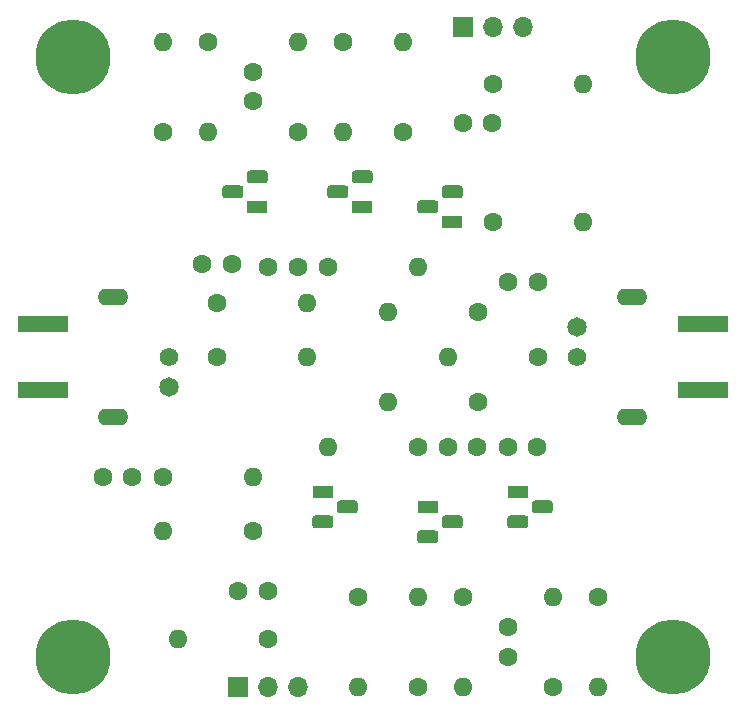
<source format=gbs>
%TF.GenerationSoftware,KiCad,Pcbnew,(5.1.10)-1*%
%TF.CreationDate,2021-10-29T13:49:13-04:00*%
%TF.ProjectId,W7ZOI_TIA,57375a4f-495f-4544-9941-2e6b69636164,rev?*%
%TF.SameCoordinates,Original*%
%TF.FileFunction,Soldermask,Bot*%
%TF.FilePolarity,Negative*%
%FSLAX46Y46*%
G04 Gerber Fmt 4.6, Leading zero omitted, Abs format (unit mm)*
G04 Created by KiCad (PCBNEW (5.1.10)-1) date 2021-10-29 13:49:13*
%MOMM*%
%LPD*%
G01*
G04 APERTURE LIST*
%ADD10C,1.600000*%
%ADD11C,6.350000*%
%ADD12R,4.200000X1.350000*%
%ADD13R,1.800000X1.100000*%
%ADD14O,1.600000X1.600000*%
%ADD15O,1.700000X1.700000*%
%ADD16R,1.700000X1.700000*%
%ADD17C,1.574800*%
%ADD18C,1.651000*%
%ADD19O,2.600000X1.400000*%
G04 APERTURE END LIST*
D10*
%TO.C,C1*%
X144740000Y-66522600D03*
X142240000Y-66522600D03*
%TD*%
%TO.C,C2*%
X122682000Y-78460600D03*
X120182000Y-78460600D03*
%TD*%
%TO.C,C3*%
X124460000Y-64704600D03*
X124460000Y-62204600D03*
%TD*%
%TO.C,C4*%
X128270000Y-78714600D03*
X125770000Y-78714600D03*
%TD*%
%TO.C,C5*%
X146090000Y-79984600D03*
X148590000Y-79984600D03*
%TD*%
%TO.C,C6*%
X146050000Y-93954600D03*
X148550000Y-93954600D03*
%TD*%
%TO.C,C7*%
X123230000Y-106146600D03*
X125730000Y-106146600D03*
%TD*%
%TO.C,C8*%
X146050000Y-109234600D03*
X146050000Y-111734600D03*
%TD*%
%TO.C,C9*%
X140970000Y-93954600D03*
X143470000Y-93954600D03*
%TD*%
%TO.C,C10*%
X114260000Y-96494600D03*
X111760000Y-96494600D03*
%TD*%
D11*
%TO.C,MTG1*%
X109220000Y-111734600D03*
%TD*%
%TO.C,MTG2*%
X160020000Y-111734600D03*
%TD*%
%TO.C,MTG3*%
X109220000Y-60934600D03*
%TD*%
%TO.C,MTG4*%
X160020000Y-60934600D03*
%TD*%
D12*
%TO.C,P1*%
X106680000Y-83509600D03*
X106680000Y-89159600D03*
%TD*%
%TO.C,P2*%
X162560000Y-83509600D03*
X162560000Y-89159600D03*
%TD*%
D13*
%TO.C,Q1*%
X124860000Y-73634600D03*
G36*
G01*
X125485000Y-71644600D02*
X124235000Y-71644600D01*
G75*
G02*
X123960000Y-71369600I0J275000D01*
G01*
X123960000Y-70819600D01*
G75*
G02*
X124235000Y-70544600I275000J0D01*
G01*
X125485000Y-70544600D01*
G75*
G02*
X125760000Y-70819600I0J-275000D01*
G01*
X125760000Y-71369600D01*
G75*
G02*
X125485000Y-71644600I-275000J0D01*
G01*
G37*
G36*
G01*
X123415000Y-72914600D02*
X122165000Y-72914600D01*
G75*
G02*
X121890000Y-72639600I0J275000D01*
G01*
X121890000Y-72089600D01*
G75*
G02*
X122165000Y-71814600I275000J0D01*
G01*
X123415000Y-71814600D01*
G75*
G02*
X123690000Y-72089600I0J-275000D01*
G01*
X123690000Y-72639600D01*
G75*
G02*
X123415000Y-72914600I-275000J0D01*
G01*
G37*
%TD*%
%TO.C,Q2*%
X133750000Y-73634600D03*
G36*
G01*
X134375000Y-71644600D02*
X133125000Y-71644600D01*
G75*
G02*
X132850000Y-71369600I0J275000D01*
G01*
X132850000Y-70819600D01*
G75*
G02*
X133125000Y-70544600I275000J0D01*
G01*
X134375000Y-70544600D01*
G75*
G02*
X134650000Y-70819600I0J-275000D01*
G01*
X134650000Y-71369600D01*
G75*
G02*
X134375000Y-71644600I-275000J0D01*
G01*
G37*
G36*
G01*
X132305000Y-72914600D02*
X131055000Y-72914600D01*
G75*
G02*
X130780000Y-72639600I0J275000D01*
G01*
X130780000Y-72089600D01*
G75*
G02*
X131055000Y-71814600I275000J0D01*
G01*
X132305000Y-71814600D01*
G75*
G02*
X132580000Y-72089600I0J-275000D01*
G01*
X132580000Y-72639600D01*
G75*
G02*
X132305000Y-72914600I-275000J0D01*
G01*
G37*
%TD*%
%TO.C,Q3*%
G36*
G01*
X139925000Y-74184600D02*
X138675000Y-74184600D01*
G75*
G02*
X138400000Y-73909600I0J275000D01*
G01*
X138400000Y-73359600D01*
G75*
G02*
X138675000Y-73084600I275000J0D01*
G01*
X139925000Y-73084600D01*
G75*
G02*
X140200000Y-73359600I0J-275000D01*
G01*
X140200000Y-73909600D01*
G75*
G02*
X139925000Y-74184600I-275000J0D01*
G01*
G37*
G36*
G01*
X141995000Y-72914600D02*
X140745000Y-72914600D01*
G75*
G02*
X140470000Y-72639600I0J275000D01*
G01*
X140470000Y-72089600D01*
G75*
G02*
X140745000Y-71814600I275000J0D01*
G01*
X141995000Y-71814600D01*
G75*
G02*
X142270000Y-72089600I0J-275000D01*
G01*
X142270000Y-72639600D01*
G75*
G02*
X141995000Y-72914600I-275000J0D01*
G01*
G37*
X141370000Y-74904600D03*
%TD*%
%TO.C,Q4*%
G36*
G01*
X148365000Y-98484600D02*
X149615000Y-98484600D01*
G75*
G02*
X149890000Y-98759600I0J-275000D01*
G01*
X149890000Y-99309600D01*
G75*
G02*
X149615000Y-99584600I-275000J0D01*
G01*
X148365000Y-99584600D01*
G75*
G02*
X148090000Y-99309600I0J275000D01*
G01*
X148090000Y-98759600D01*
G75*
G02*
X148365000Y-98484600I275000J0D01*
G01*
G37*
G36*
G01*
X146295000Y-99754600D02*
X147545000Y-99754600D01*
G75*
G02*
X147820000Y-100029600I0J-275000D01*
G01*
X147820000Y-100579600D01*
G75*
G02*
X147545000Y-100854600I-275000J0D01*
G01*
X146295000Y-100854600D01*
G75*
G02*
X146020000Y-100579600I0J275000D01*
G01*
X146020000Y-100029600D01*
G75*
G02*
X146295000Y-99754600I275000J0D01*
G01*
G37*
X146920000Y-97764600D03*
%TD*%
%TO.C,Q5*%
X139300000Y-99034600D03*
G36*
G01*
X138675000Y-101024600D02*
X139925000Y-101024600D01*
G75*
G02*
X140200000Y-101299600I0J-275000D01*
G01*
X140200000Y-101849600D01*
G75*
G02*
X139925000Y-102124600I-275000J0D01*
G01*
X138675000Y-102124600D01*
G75*
G02*
X138400000Y-101849600I0J275000D01*
G01*
X138400000Y-101299600D01*
G75*
G02*
X138675000Y-101024600I275000J0D01*
G01*
G37*
G36*
G01*
X140745000Y-99754600D02*
X141995000Y-99754600D01*
G75*
G02*
X142270000Y-100029600I0J-275000D01*
G01*
X142270000Y-100579600D01*
G75*
G02*
X141995000Y-100854600I-275000J0D01*
G01*
X140745000Y-100854600D01*
G75*
G02*
X140470000Y-100579600I0J275000D01*
G01*
X140470000Y-100029600D01*
G75*
G02*
X140745000Y-99754600I275000J0D01*
G01*
G37*
%TD*%
%TO.C,Q6*%
G36*
G01*
X131855000Y-98484600D02*
X133105000Y-98484600D01*
G75*
G02*
X133380000Y-98759600I0J-275000D01*
G01*
X133380000Y-99309600D01*
G75*
G02*
X133105000Y-99584600I-275000J0D01*
G01*
X131855000Y-99584600D01*
G75*
G02*
X131580000Y-99309600I0J275000D01*
G01*
X131580000Y-98759600D01*
G75*
G02*
X131855000Y-98484600I275000J0D01*
G01*
G37*
G36*
G01*
X129785000Y-99754600D02*
X131035000Y-99754600D01*
G75*
G02*
X131310000Y-100029600I0J-275000D01*
G01*
X131310000Y-100579600D01*
G75*
G02*
X131035000Y-100854600I-275000J0D01*
G01*
X129785000Y-100854600D01*
G75*
G02*
X129510000Y-100579600I0J275000D01*
G01*
X129510000Y-100029600D01*
G75*
G02*
X129785000Y-99754600I275000J0D01*
G01*
G37*
X130410000Y-97764600D03*
%TD*%
D10*
%TO.C,R1*%
X120650000Y-59664600D03*
D14*
X120650000Y-67284600D03*
%TD*%
%TO.C,R2*%
X116840000Y-59664600D03*
D10*
X116840000Y-67284600D03*
%TD*%
D14*
%TO.C,R3*%
X128270000Y-59664600D03*
D10*
X128270000Y-67284600D03*
%TD*%
D14*
%TO.C,R4*%
X152400000Y-63220600D03*
D10*
X144780000Y-63220600D03*
%TD*%
D14*
%TO.C,R5*%
X132080000Y-67284600D03*
D10*
X132080000Y-59664600D03*
%TD*%
%TO.C,R6*%
X121412000Y-81762600D03*
D14*
X129032000Y-81762600D03*
%TD*%
D10*
%TO.C,R7*%
X130810000Y-78714600D03*
D14*
X138430000Y-78714600D03*
%TD*%
D10*
%TO.C,R8*%
X137160000Y-67284600D03*
D14*
X137160000Y-59664600D03*
%TD*%
D10*
%TO.C,R9*%
X144780000Y-74904600D03*
D14*
X152400000Y-74904600D03*
%TD*%
%TO.C,R10*%
X135890000Y-82524600D03*
D10*
X143510000Y-82524600D03*
%TD*%
D14*
%TO.C,R11*%
X140970000Y-86334600D03*
D10*
X148590000Y-86334600D03*
%TD*%
D14*
%TO.C,R12*%
X118110000Y-110210600D03*
D10*
X125730000Y-110210600D03*
%TD*%
D14*
%TO.C,R13*%
X149860000Y-106654600D03*
D10*
X149860000Y-114274600D03*
%TD*%
%TO.C,R14*%
X153670000Y-106654600D03*
D14*
X153670000Y-114274600D03*
%TD*%
D10*
%TO.C,R15*%
X142240000Y-106654600D03*
D14*
X142240000Y-114274600D03*
%TD*%
D10*
%TO.C,R16*%
X138430000Y-114274600D03*
D14*
X138430000Y-106654600D03*
%TD*%
D10*
%TO.C,R17*%
X143510000Y-90144600D03*
D14*
X135890000Y-90144600D03*
%TD*%
%TO.C,R18*%
X130810000Y-93954600D03*
D10*
X138430000Y-93954600D03*
%TD*%
%TO.C,R19*%
X133350000Y-106654600D03*
D14*
X133350000Y-114274600D03*
%TD*%
%TO.C,R20*%
X116840000Y-101066600D03*
D10*
X124460000Y-101066600D03*
%TD*%
%TO.C,R21*%
X116840000Y-96494600D03*
D14*
X124460000Y-96494600D03*
%TD*%
D15*
%TO.C,J1*%
X147320000Y-58394600D03*
X144780000Y-58394600D03*
D16*
X142240000Y-58394600D03*
%TD*%
%TO.C,J2*%
X123190000Y-114274600D03*
D15*
X125730000Y-114274600D03*
X128270000Y-114274600D03*
%TD*%
D10*
%TO.C,R22*%
X121412000Y-86334600D03*
D14*
X129032000Y-86334600D03*
%TD*%
D17*
%TO.C,P3*%
X117348000Y-86334600D03*
D18*
X117348000Y-88874600D03*
D19*
X112668000Y-91414600D03*
X112668000Y-81254600D03*
%TD*%
%TO.C,P4*%
X156572000Y-91414600D03*
X156572000Y-81254600D03*
D18*
X151892000Y-83794600D03*
D17*
X151892000Y-86334600D03*
%TD*%
M02*

</source>
